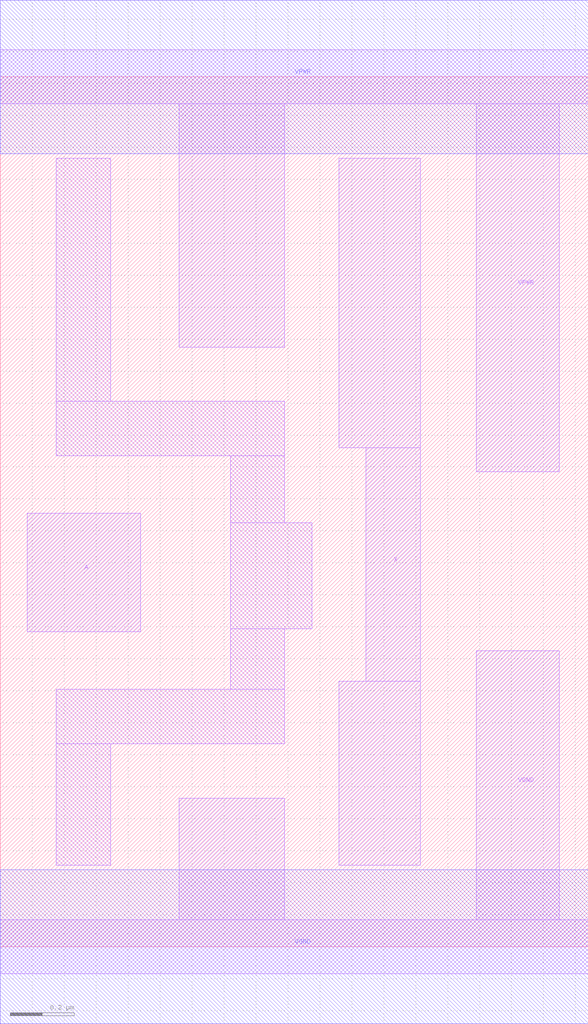
<source format=lef>
# Copyright 2020 The SkyWater PDK Authors
#
# Licensed under the Apache License, Version 2.0 (the "License");
# you may not use this file except in compliance with the License.
# You may obtain a copy of the License at
#
#     https://www.apache.org/licenses/LICENSE-2.0
#
# Unless required by applicable law or agreed to in writing, software
# distributed under the License is distributed on an "AS IS" BASIS,
# WITHOUT WARRANTIES OR CONDITIONS OF ANY KIND, either express or implied.
# See the License for the specific language governing permissions and
# limitations under the License.
#
# SPDX-License-Identifier: Apache-2.0

VERSION 5.5 ;
NAMESCASESENSITIVE ON ;
BUSBITCHARS "[]" ;
DIVIDERCHAR "/" ;
MACRO sky130_fd_sc_hd__buf_2
  CLASS CORE ;
  SOURCE USER ;
  ORIGIN  0.000000  0.000000 ;
  SIZE  1.840000 BY  2.720000 ;
  SYMMETRY X Y R90 ;
  SITE unithd ;
  PIN A
    ANTENNAGATEAREA  0.159000 ;
    DIRECTION INPUT ;
    USE SIGNAL ;
    PORT
      LAYER li1 ;
        RECT 0.085000 0.985000 0.440000 1.355000 ;
    END
  END A
  PIN X
    ANTENNADIFFAREA  0.445500 ;
    DIRECTION OUTPUT ;
    USE SIGNAL ;
    PORT
      LAYER li1 ;
        RECT 1.060000 0.255000 1.315000 0.830000 ;
        RECT 1.060000 1.560000 1.315000 2.465000 ;
        RECT 1.145000 0.830000 1.315000 1.560000 ;
    END
  END X
  PIN VGND
    DIRECTION INOUT ;
    SHAPE ABUTMENT ;
    USE GROUND ;
    PORT
      LAYER li1 ;
        RECT 0.000000 -0.085000 1.840000 0.085000 ;
        RECT 0.560000  0.085000 0.890000 0.465000 ;
        RECT 1.490000  0.085000 1.750000 0.925000 ;
    END
    PORT
      LAYER met1 ;
        RECT 0.000000 -0.240000 1.840000 0.240000 ;
    END
  END VGND
  PIN VNB
    DIRECTION INOUT ;
    USE GROUND ;
    PORT
    END
  END VNB
  PIN VPB
    DIRECTION INOUT ;
    USE POWER ;
    PORT
    END
  END VPB
  PIN VPWR
    DIRECTION INOUT ;
    SHAPE ABUTMENT ;
    USE POWER ;
    PORT
      LAYER li1 ;
        RECT 0.000000 2.635000 1.840000 2.805000 ;
        RECT 0.560000 1.875000 0.890000 2.635000 ;
        RECT 1.490000 1.485000 1.750000 2.635000 ;
    END
    PORT
      LAYER met1 ;
        RECT 0.000000 2.480000 1.840000 2.960000 ;
    END
  END VPWR
  OBS
    LAYER li1 ;
      RECT 0.175000 0.255000 0.345000 0.635000 ;
      RECT 0.175000 0.635000 0.890000 0.805000 ;
      RECT 0.175000 1.535000 0.890000 1.705000 ;
      RECT 0.175000 1.705000 0.345000 2.465000 ;
      RECT 0.720000 0.805000 0.890000 0.995000 ;
      RECT 0.720000 0.995000 0.975000 1.325000 ;
      RECT 0.720000 1.325000 0.890000 1.535000 ;
  END
END sky130_fd_sc_hd__buf_2
END LIBRARY

</source>
